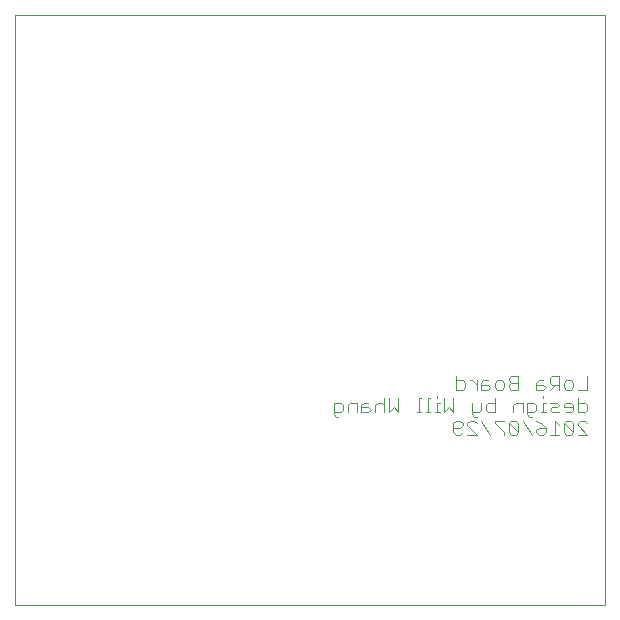
<source format=gbo>
G75*
%MOIN*%
%OFA0B0*%
%FSLAX25Y25*%
%IPPOS*%
%LPD*%
%AMOC8*
5,1,8,0,0,1.08239X$1,22.5*
%
%ADD10C,0.00000*%
%ADD11C,0.00400*%
D10*
X0002386Y0002294D02*
X0002386Y0199144D01*
X0199236Y0199144D01*
X0199236Y0002294D01*
X0002386Y0002294D01*
D11*
X0108726Y0065920D02*
X0108726Y0069756D01*
X0111028Y0069756D01*
X0111795Y0068989D01*
X0111795Y0067454D01*
X0111028Y0066687D01*
X0108726Y0066687D01*
X0108726Y0065920D02*
X0109493Y0065152D01*
X0110260Y0065152D01*
X0113330Y0066687D02*
X0113330Y0068989D01*
X0114097Y0069756D01*
X0116399Y0069756D01*
X0116399Y0066687D01*
X0117934Y0066687D02*
X0117934Y0068989D01*
X0118701Y0069756D01*
X0120236Y0069756D01*
X0120236Y0068222D02*
X0117934Y0068222D01*
X0117934Y0066687D02*
X0120236Y0066687D01*
X0121003Y0067454D01*
X0120236Y0068222D01*
X0122537Y0068989D02*
X0122537Y0066687D01*
X0122537Y0068989D02*
X0123305Y0069756D01*
X0124839Y0069756D01*
X0125607Y0068989D01*
X0125607Y0071291D02*
X0125607Y0066687D01*
X0127141Y0066687D02*
X0127141Y0071291D01*
X0128676Y0068222D02*
X0127141Y0066687D01*
X0128676Y0068222D02*
X0130211Y0066687D01*
X0130211Y0071291D01*
X0137117Y0071291D02*
X0137117Y0066687D01*
X0137884Y0066687D02*
X0136349Y0066687D01*
X0139419Y0066687D02*
X0140953Y0066687D01*
X0140186Y0066687D02*
X0140186Y0071291D01*
X0140953Y0071291D01*
X0143255Y0071291D02*
X0143255Y0072058D01*
X0143255Y0069756D02*
X0143255Y0066687D01*
X0144022Y0066687D02*
X0142488Y0066687D01*
X0143255Y0069756D02*
X0144022Y0069756D01*
X0145557Y0071291D02*
X0145557Y0066687D01*
X0147092Y0068222D01*
X0148626Y0066687D01*
X0148626Y0071291D01*
X0149394Y0074187D02*
X0151696Y0074187D01*
X0152463Y0074954D01*
X0152463Y0076489D01*
X0151696Y0077256D01*
X0149394Y0077256D01*
X0149394Y0078791D02*
X0149394Y0074187D01*
X0153998Y0077256D02*
X0154765Y0077256D01*
X0156300Y0075722D01*
X0157834Y0075722D02*
X0160136Y0075722D01*
X0160904Y0074954D01*
X0160136Y0074187D01*
X0157834Y0074187D01*
X0157834Y0076489D01*
X0158602Y0077256D01*
X0160136Y0077256D01*
X0162438Y0076489D02*
X0162438Y0074954D01*
X0163205Y0074187D01*
X0164740Y0074187D01*
X0165507Y0074954D01*
X0165507Y0076489D01*
X0164740Y0077256D01*
X0163205Y0077256D01*
X0162438Y0076489D01*
X0167042Y0077256D02*
X0167809Y0076489D01*
X0170111Y0076489D01*
X0167809Y0076489D02*
X0167042Y0075722D01*
X0167042Y0074954D01*
X0167809Y0074187D01*
X0170111Y0074187D01*
X0170111Y0078791D01*
X0167809Y0078791D01*
X0167042Y0078024D01*
X0167042Y0077256D01*
X0162438Y0071291D02*
X0162438Y0066687D01*
X0160136Y0066687D01*
X0159369Y0067454D01*
X0159369Y0068989D01*
X0160136Y0069756D01*
X0162438Y0069756D01*
X0157834Y0069756D02*
X0157834Y0067454D01*
X0157067Y0066687D01*
X0154765Y0066687D01*
X0154765Y0065920D02*
X0155532Y0065152D01*
X0156300Y0065152D01*
X0155532Y0063791D02*
X0153998Y0063791D01*
X0153230Y0063024D01*
X0153230Y0062256D01*
X0156300Y0059187D01*
X0153230Y0059187D01*
X0151696Y0059954D02*
X0150928Y0059187D01*
X0149394Y0059187D01*
X0148626Y0059954D01*
X0148626Y0063024D01*
X0149394Y0063791D01*
X0150928Y0063791D01*
X0151696Y0063024D01*
X0151696Y0062256D01*
X0150928Y0061489D01*
X0148626Y0061489D01*
X0154765Y0065920D02*
X0154765Y0069756D01*
X0156300Y0074187D02*
X0156300Y0077256D01*
X0168577Y0068989D02*
X0168577Y0066687D01*
X0168577Y0068989D02*
X0169344Y0069756D01*
X0171646Y0069756D01*
X0171646Y0066687D01*
X0173181Y0066687D02*
X0175483Y0066687D01*
X0176250Y0067454D01*
X0176250Y0068989D01*
X0175483Y0069756D01*
X0173181Y0069756D01*
X0173181Y0065920D01*
X0173948Y0065152D01*
X0174715Y0065152D01*
X0176250Y0063791D02*
X0177785Y0063024D01*
X0179319Y0061489D01*
X0177017Y0061489D01*
X0176250Y0060722D01*
X0176250Y0059954D01*
X0177017Y0059187D01*
X0178552Y0059187D01*
X0179319Y0059954D01*
X0179319Y0061489D01*
X0180854Y0059187D02*
X0183923Y0059187D01*
X0182388Y0059187D02*
X0182388Y0063791D01*
X0183923Y0062256D01*
X0185458Y0063024D02*
X0188527Y0059954D01*
X0187760Y0059187D01*
X0186225Y0059187D01*
X0185458Y0059954D01*
X0185458Y0063024D01*
X0186225Y0063791D01*
X0187760Y0063791D01*
X0188527Y0063024D01*
X0188527Y0059954D01*
X0190062Y0059187D02*
X0193131Y0059187D01*
X0190062Y0062256D01*
X0190062Y0063024D01*
X0190829Y0063791D01*
X0192364Y0063791D01*
X0193131Y0063024D01*
X0192364Y0066687D02*
X0190062Y0066687D01*
X0190062Y0071291D01*
X0190062Y0069756D02*
X0192364Y0069756D01*
X0193131Y0068989D01*
X0193131Y0067454D01*
X0192364Y0066687D01*
X0188527Y0067454D02*
X0188527Y0068989D01*
X0187760Y0069756D01*
X0186225Y0069756D01*
X0185458Y0068989D01*
X0185458Y0068222D01*
X0188527Y0068222D01*
X0188527Y0067454D02*
X0187760Y0066687D01*
X0186225Y0066687D01*
X0183923Y0066687D02*
X0181621Y0066687D01*
X0180854Y0067454D01*
X0181621Y0068222D01*
X0183156Y0068222D01*
X0183923Y0068989D01*
X0183156Y0069756D01*
X0180854Y0069756D01*
X0179319Y0069756D02*
X0178552Y0069756D01*
X0178552Y0066687D01*
X0179319Y0066687D02*
X0177785Y0066687D01*
X0178552Y0071291D02*
X0178552Y0072058D01*
X0178552Y0074187D02*
X0176250Y0074187D01*
X0176250Y0076489D01*
X0177017Y0077256D01*
X0178552Y0077256D01*
X0178552Y0075722D02*
X0176250Y0075722D01*
X0178552Y0075722D02*
X0179319Y0074954D01*
X0178552Y0074187D01*
X0180854Y0074187D02*
X0182388Y0075722D01*
X0181621Y0075722D02*
X0180854Y0076489D01*
X0180854Y0078024D01*
X0181621Y0078791D01*
X0183923Y0078791D01*
X0183923Y0074187D01*
X0183923Y0075722D02*
X0181621Y0075722D01*
X0185458Y0076489D02*
X0185458Y0074954D01*
X0186225Y0074187D01*
X0187760Y0074187D01*
X0188527Y0074954D01*
X0188527Y0076489D01*
X0187760Y0077256D01*
X0186225Y0077256D01*
X0185458Y0076489D01*
X0190062Y0074187D02*
X0193131Y0074187D01*
X0193131Y0078791D01*
X0171646Y0063791D02*
X0174715Y0059187D01*
X0170111Y0059954D02*
X0170111Y0063024D01*
X0169344Y0063791D01*
X0167809Y0063791D01*
X0167042Y0063024D01*
X0170111Y0059954D01*
X0169344Y0059187D01*
X0167809Y0059187D01*
X0167042Y0059954D01*
X0167042Y0063024D01*
X0165507Y0063791D02*
X0162438Y0063791D01*
X0162438Y0063024D01*
X0165507Y0059954D01*
X0165507Y0059187D01*
X0160904Y0059187D02*
X0157834Y0063791D01*
X0156300Y0063024D02*
X0155532Y0063791D01*
X0137884Y0071291D02*
X0137117Y0071291D01*
M02*

</source>
